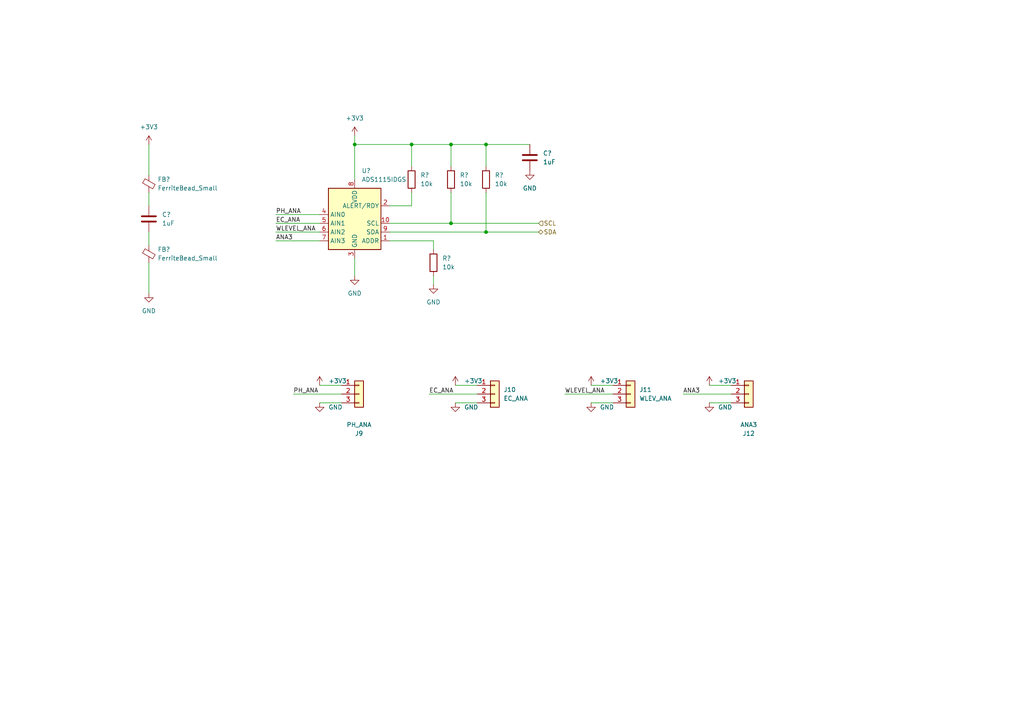
<source format=kicad_sch>
(kicad_sch (version 20211123) (generator eeschema)
  (paper "A4")
  (lib_symbols
    (symbol "Analog_ADC:ADS1115IDGS"
      (property "Reference" "U" (at 2.54 13.97 0))
      (property "Value" "ADS1115IDGS" (at 7.62 11.43 0))
      (symbol "ADS1115IDGS_0_1"
        (rectangle (start -7.62 10.16) (end 7.62 -7.62) (stroke (width 0.254)) (fill (type background)))
      )
      (symbol "ADS1115IDGS_1_1"
        (pin input line (at 10.16 -5.08 180) (length 2.54) (name "ADDR") (number "1"))
        (pin input line (at 10.16 0 180) (length 2.54) (name "SCL") (number "10"))
        (pin output line (at 10.16 5.08 180) (length 2.54) (name "ALERT/RDY") (number "2"))
        (pin power_in line (at 0 -10.16 90) (length 2.54) (name "GND") (number "3"))
        (pin input line (at -10.16 2.54 0) (length 2.54) (name "AIN0") (number "4"))
        (pin input line (at -10.16 0 0) (length 2.54) (name "AIN1") (number "5"))
        (pin input line (at -10.16 -2.54 0) (length 2.54) (name "AIN2") (number "6"))
        (pin input line (at -10.16 -5.08 0) (length 2.54) (name "AIN3") (number "7"))
        (pin power_in line (at 0 12.7 270) (length 2.54) (name "VDD") (number "8"))
        (pin bidirectional line (at 10.16 -2.54 180) (length 2.54) (name "SDA") (number "9"))
      )
    )
    (symbol "Connector_Generic:Conn_01x03" (pin_names (offset 1.016) hide)
      (property "Reference" "J" (at 0 5.08 0))
      (property "Value" "Conn_01x03" (at 0 -5.08 0))
      (symbol "Conn_01x03_1_1"
        (rectangle (start -1.27 -2.413) (end 0 -2.667) (stroke (width 0.1524)))
        (rectangle (start -1.27 0.127) (end 0 -0.127) (stroke (width 0.1524)))
        (rectangle (start -1.27 2.667) (end 0 2.413) (stroke (width 0.1524)))
        (rectangle (start -1.27 3.81) (end 1.27 -3.81) (stroke (width 0.254)) (fill (type background)))
        (pin passive line (at -5.08 2.54 0) (length 3.81) (name "Pin_1") (number "1"))
        (pin passive line (at -5.08 0 0) (length 3.81) (name "Pin_2") (number "2"))
        (pin passive line (at -5.08 -2.54 0) (length 3.81) (name "Pin_3") (number "3"))
      )
    )
    (symbol "Device:C" (pin_numbers hide) (pin_names (offset 0.254))
      (property "Reference" "C" (at 0.635 2.54 0))
      (property "Value" "C" (at 0.635 -2.54 0))
      (symbol "C_0_1"
        (polyline (pts (xy -2.032 -0.762) (xy 2.032 -0.762)) (stroke (width 0.508)))
        (polyline (pts (xy -2.032 0.762) (xy 2.032 0.762)) (stroke (width 0.508)))
      )
      (symbol "C_1_1"
        (pin passive line (at 0 3.81 270) (length 2.794) (name "~") (number "1"))
        (pin passive line (at 0 -3.81 90) (length 2.794) (name "~") (number "2"))
      )
    )
    (symbol "Device:FerriteBead_Small" (pin_numbers hide) (pin_names (offset 0))
      (property "Reference" "FB" (at 1.905 1.27 0))
      (property "Value" "FerriteBead_Small" (at 1.905 -1.27 0))
      (symbol "FerriteBead_Small_0_1"
        (polyline (pts (xy 0 -1.27) (xy 0 -0.7874)))
        (polyline (pts (xy 0 0.889) (xy 0 1.2954)))
        (polyline (pts (xy -1.8288 0.2794) (xy -1.1176 1.4986) (xy 1.8288 -0.2032) (xy 1.1176 -1.4224) (xy -1.8288 0.2794)))
      )
      (symbol "FerriteBead_Small_1_1"
        (pin passive line (at 0 2.54 270) (length 1.27) (name "~") (number "1"))
        (pin passive line (at 0 -2.54 90) (length 1.27) (name "~") (number "2"))
      )
    )
    (symbol "Device:R" (pin_numbers hide) (pin_names (offset 0))
      (property "Reference" "R" (at 2.032 0 90))
      (property "Value" "R" (at 0 0 90))
      (symbol "R_0_1"
        (rectangle (start -1.016 -2.54) (end 1.016 2.54) (stroke (width 0.254)))
      )
      (symbol "R_1_1"
        (pin passive line (at 0 3.81 270) (length 1.27) (name "~") (number "1"))
        (pin passive line (at 0 -3.81 90) (length 1.27) (name "~") (number "2"))
      )
    )
    (symbol "power:+3V3" (power) (pin_names (offset 0))
      (property "Value" "+3V3" (at 0 3.556 0))
      (symbol "+3V3_0_1"
        (polyline (pts (xy -0.762 1.27) (xy 0 2.54)))
        (polyline (pts (xy 0 0) (xy 0 2.54)))
        (polyline (pts (xy 0 2.54) (xy 0.762 1.27)))
      )
      (symbol "+3V3_1_1"
        (pin power_in line (at 0 0 90) (length 0) hide (name "+3V3") (number "1"))
      )
    )
    (symbol "power:GND" (power) (pin_names (offset 0))
      (property "Value" "GND" (at 0 -3.81 0))
      (symbol "GND_0_1"
        (polyline (pts (xy 0 0) (xy 0 -1.27) (xy 1.27 -1.27) (xy 0 -2.54) (xy -1.27 -1.27) (xy 0 -1.27)))
      )
      (symbol "GND_1_1"
        (pin power_in line (at 0 0 270) (length 0) hide (name "GND") (number "1"))
      )
    )
  )
  (junction (at 140.97 41.91))
  (junction (at 119.38 41.91))
  (junction (at 130.81 64.77))
  (junction (at 102.87 41.91))
  (junction (at 140.97 67.31))
  (junction (at 130.81 41.91))
  (wire (pts (xy 102.87 41.91) (xy 119.38 41.91)))
  (wire (pts (xy 153.67 41.91) (xy 140.97 41.91)))
  (wire (pts (xy 102.87 41.91) (xy 102.87 52.07)))
  (wire (pts (xy 102.87 80.01) (xy 102.87 74.93)))
  (wire (pts (xy 92.71 116.84) (xy 99.06 116.84)))
  (wire (pts (xy 80.01 69.85) (xy 92.71 69.85)))
  (wire (pts (xy 130.81 41.91) (xy 130.81 48.26)))
  (wire (pts (xy 130.81 41.91) (xy 119.38 41.91)))
  (wire (pts (xy 132.08 111.76) (xy 138.43 111.76)))
  (wire (pts (xy 140.97 67.31) (xy 156.21 67.31)))
  (wire (pts (xy 171.45 116.84) (xy 177.8 116.84)))
  (wire (pts (xy 43.18 85.09) (xy 43.18 76.2)))
  (wire (pts (xy 205.74 116.84) (xy 212.09 116.84)))
  (wire (pts (xy 125.73 82.55) (xy 125.73 80.01)))
  (wire (pts (xy 80.01 67.31) (xy 92.71 67.31)))
  (wire (pts (xy 92.71 111.76) (xy 99.06 111.76)))
  (wire (pts (xy 43.18 59.69) (xy 43.18 55.88)))
  (wire (pts (xy 43.18 67.31) (xy 43.18 71.12)))
  (wire (pts (xy 113.03 69.85) (xy 125.73 69.85)))
  (wire (pts (xy 102.87 39.37) (xy 102.87 41.91)))
  (wire (pts (xy 124.46 114.3) (xy 138.43 114.3)))
  (wire (pts (xy 80.01 64.77) (xy 92.71 64.77)))
  (wire (pts (xy 140.97 41.91) (xy 140.97 48.26)))
  (wire (pts (xy 198.12 114.3) (xy 212.09 114.3)))
  (wire (pts (xy 130.81 41.91) (xy 140.97 41.91)))
  (wire (pts (xy 130.81 64.77) (xy 130.81 55.88)))
  (wire (pts (xy 125.73 69.85) (xy 125.73 72.39)))
  (wire (pts (xy 130.81 64.77) (xy 156.21 64.77)))
  (wire (pts (xy 85.09 114.3) (xy 99.06 114.3)))
  (wire (pts (xy 119.38 41.91) (xy 119.38 48.26)))
  (wire (pts (xy 171.45 111.76) (xy 177.8 111.76)))
  (wire (pts (xy 132.08 116.84) (xy 138.43 116.84)))
  (wire (pts (xy 163.83 114.3) (xy 177.8 114.3)))
  (wire (pts (xy 80.01 62.23) (xy 92.71 62.23)))
  (wire (pts (xy 43.18 41.91) (xy 43.18 50.8)))
  (wire (pts (xy 113.03 67.31) (xy 140.97 67.31)))
  (wire (pts (xy 113.03 64.77) (xy 130.81 64.77)))
  (wire (pts (xy 119.38 55.88) (xy 119.38 59.69)))
  (wire (pts (xy 140.97 67.31) (xy 140.97 55.88)))
  (wire (pts (xy 205.74 111.76) (xy 212.09 111.76)))
  (wire (pts (xy 119.38 59.69) (xy 113.03 59.69)))
  (label "WLEVEL_ANA" (at 80.01 67.31 0))
  (label "PH_ANA" (at 80.01 62.23 0))
  (label "ANA3" (at 198.12 114.3 0))
  (label "EC_ANA" (at 80.01 64.77 0))
  (label "EC_ANA" (at 124.46 114.3 0))
  (label "WLEVEL_ANA" (at 163.83 114.3 0))
  (label "PH_ANA" (at 85.09 114.3 0))
  (label "ANA3" (at 80.01 69.85 0))
  (hierarchical_label "SDA" (shape bidirectional) (at 156.21 67.31 0))
  (hierarchical_label "SCL" (shape input) (at 156.21 64.77 0))
  (symbol (lib_id "Connector_Generic:Conn_01x03") (at 217.17 114.3 0) (unit 1)
    (property "Reference" "J12" (at 217.17 125.73 0))
    (property "Value" "ANA3" (at 217.17 123.19 0))
    (property "Footprint" "Connector_PinHeader_2.54mm:PinHeader_1x03_P2.54mm_Vertical" (effects hide))
  )
  (symbol (lib_id "power:+3V3") (at 43.18 41.91 0) (unit 1)
    (property "Reference" "#PWR034" (effects hide))
    (property "Value" "+3V3" (at 43.18 36.83 0))
  )
  (symbol (lib_id "power:+3V3") (at 205.74 111.76 0) (unit 1)
    (property "Reference" "#PWR046" (effects hide))
    (property "Value" "+3V3" (at 208.28 110.4899 0) (effects (justify left)))
  )
  (symbol (lib_id "power:GND") (at 132.08 116.84 0) (unit 1)
    (property "Reference" "#PWR042" (effects hide))
    (property "Value" "GND" (at 134.62 118.1099 0) (effects (justify left)))
  )
  (symbol (lib_id "Connector_Generic:Conn_01x03") (at 182.88 114.3 0) (unit 1)
    (property "Reference" "J11" (at 185.42 113.0299 0) (effects (justify left)))
    (property "Value" "WLEV_ANA" (at 185.42 115.5699 0) (effects (justify left)))
    (property "Footprint" "Connector_PinHeader_2.54mm:PinHeader_1x03_P2.54mm_Vertical" (effects hide))
  )
  (symbol (lib_id "Device:R") (at 119.38 52.07 0) (unit 1)
    (property "Reference" "R?" (at 121.92 50.7999 0) (effects (justify left)))
    (property "Value" "10k" (at 121.92 53.3399 0) (effects (justify left)))
    (property "Footprint" "Resistor_SMD:R_1206_3216Metric" (effects hide))
  )
  (symbol (lib_id "power:GND") (at 102.87 80.01 0) (unit 1)
    (property "Reference" "#PWR?" (effects hide))
    (property "Value" "GND" (at 102.87 85.09 0))
  )
  (symbol (lib_id "Device:FerriteBead_Small") (at 43.18 53.34 0) (unit 1)
    (property "Reference" "FB?" (at 45.72 52.0318 0) (effects (justify left)))
    (property "Value" "FerriteBead_Small" (at 45.72 54.5718 0) (effects (justify left)))
    (property "Footprint" "Resistor_SMD:R_1206_3216Metric" (effects hide))
  )
  (symbol (lib_id "power:+3V3") (at 102.87 39.37 0) (unit 1)
    (property "Reference" "#PWR038" (effects hide))
    (property "Value" "+3V3" (at 102.87 34.29 0))
  )
  (symbol (lib_id "Device:R") (at 140.97 52.07 0) (unit 1)
    (property "Reference" "R?" (at 143.51 50.7999 0) (effects (justify left)))
    (property "Value" "10k" (at 143.51 53.3399 0) (effects (justify left)))
    (property "Footprint" "Resistor_SMD:R_1206_3216Metric" (effects hide))
  )
  (symbol (lib_id "power:GND") (at 43.18 85.09 0) (unit 1)
    (property "Reference" "#PWR?" (effects hide))
    (property "Value" "GND" (at 43.18 90.17 0))
  )
  (symbol (lib_id "Connector_Generic:Conn_01x03") (at 104.14 114.3 0) (unit 1)
    (property "Reference" "J9" (at 104.14 125.73 0))
    (property "Value" "PH_ANA" (at 104.14 123.19 0))
    (property "Footprint" "Connector_PinHeader_2.54mm:PinHeader_1x03_P2.54mm_Vertical" (effects hide))
  )
  (symbol (lib_id "power:+3V3") (at 171.45 111.76 0) (unit 1)
    (property "Reference" "#PWR044" (effects hide))
    (property "Value" "+3V3" (at 173.99 110.4899 0) (effects (justify left)))
  )
  (symbol (lib_id "Analog_ADC:ADS1115IDGS") (at 102.87 64.77 0) (unit 1)
    (property "Reference" "U?" (at 104.8894 49.53 0) (effects (justify left)))
    (property "Value" "ADS1115IDGS" (at 104.8894 52.07 0) (effects (justify left)))
    (property "Footprint" "Package_SO:TSSOP-10_3x3mm_P0.5mm" (effects hide))
    (property "Datasheet" "http://www.ti.com/lit/ds/symlink/ads1113.pdf" (effects hide))
  )
  (symbol (lib_id "power:GND") (at 205.74 116.84 0) (unit 1)
    (property "Reference" "#PWR047" (effects hide))
    (property "Value" "GND" (at 208.28 118.1099 0) (effects (justify left)))
  )
  (symbol (lib_id "Device:R") (at 130.81 52.07 0) (unit 1)
    (property "Reference" "R?" (at 133.35 50.7999 0) (effects (justify left)))
    (property "Value" "10k" (at 133.35 53.3399 0) (effects (justify left)))
    (property "Footprint" "Resistor_SMD:R_1206_3216Metric" (effects hide))
  )
  (symbol (lib_id "power:GND") (at 125.73 82.55 0) (unit 1)
    (property "Reference" "#PWR?" (effects hide))
    (property "Value" "GND" (at 125.73 87.63 0))
  )
  (symbol (lib_id "power:GND") (at 92.71 116.84 0) (unit 1)
    (property "Reference" "#PWR037" (effects hide))
    (property "Value" "GND" (at 95.25 118.1099 0) (effects (justify left)))
  )
  (symbol (lib_id "Device:C") (at 43.18 63.5 0) (unit 1)
    (property "Reference" "C?" (at 46.99 62.2299 0) (effects (justify left)))
    (property "Value" "1uF" (at 46.99 64.7699 0) (effects (justify left)))
    (property "Footprint" "Capacitor_SMD:C_0805_2012Metric" (effects hide))
  )
  (symbol (lib_id "Device:C") (at 153.67 45.72 0) (unit 1)
    (property "Reference" "C?" (at 157.48 44.4499 0) (effects (justify left)))
    (property "Value" "1uF" (at 157.48 46.9899 0) (effects (justify left)))
    (property "Footprint" "Capacitor_SMD:C_0805_2012Metric" (effects hide))
  )
  (symbol (lib_id "power:GND") (at 153.67 49.53 0) (unit 1)
    (property "Reference" "#PWR?" (effects hide))
    (property "Value" "GND" (at 153.67 54.61 0))
  )
  (symbol (lib_id "Connector_Generic:Conn_01x03") (at 143.51 114.3 0) (unit 1)
    (property "Reference" "J10" (at 146.05 113.0299 0) (effects (justify left)))
    (property "Value" "EC_ANA" (at 146.05 115.5699 0) (effects (justify left)))
    (property "Footprint" "Connector_PinHeader_2.54mm:PinHeader_1x03_P2.54mm_Vertical" (effects hide))
  )
  (symbol (lib_id "Device:FerriteBead_Small") (at 43.18 73.66 0) (unit 1)
    (property "Reference" "FB?" (at 45.72 72.3518 0) (effects (justify left)))
    (property "Value" "FerriteBead_Small" (at 45.72 74.8918 0) (effects (justify left)))
    (property "Footprint" "Resistor_SMD:R_1206_3216Metric" (effects hide))
  )
  (symbol (lib_id "power:+3V3") (at 92.71 111.76 0) (unit 1)
    (property "Reference" "#PWR036" (effects hide))
    (property "Value" "+3V3" (at 95.25 110.4899 0) (effects (justify left)))
  )
  (symbol (lib_id "Device:R") (at 125.73 76.2 0) (unit 1)
    (property "Reference" "R?" (at 128.27 74.9299 0) (effects (justify left)))
    (property "Value" "10k" (at 128.27 77.4699 0) (effects (justify left)))
    (property "Footprint" "Resistor_SMD:R_1206_3216Metric" (effects hide))
  )
  (symbol (lib_id "power:+3V3") (at 132.08 111.76 0) (unit 1)
    (property "Reference" "#PWR041" (effects hide))
    (property "Value" "+3V3" (at 134.62 110.4899 0) (effects (justify left)))
  )
  (symbol (lib_id "power:GND") (at 171.45 116.84 0) (unit 1)
    (property "Reference" "#PWR045" (effects hide))
    (property "Value" "GND" (at 173.99 118.1099 0) (effects (justify left)))
  )
)
</source>
